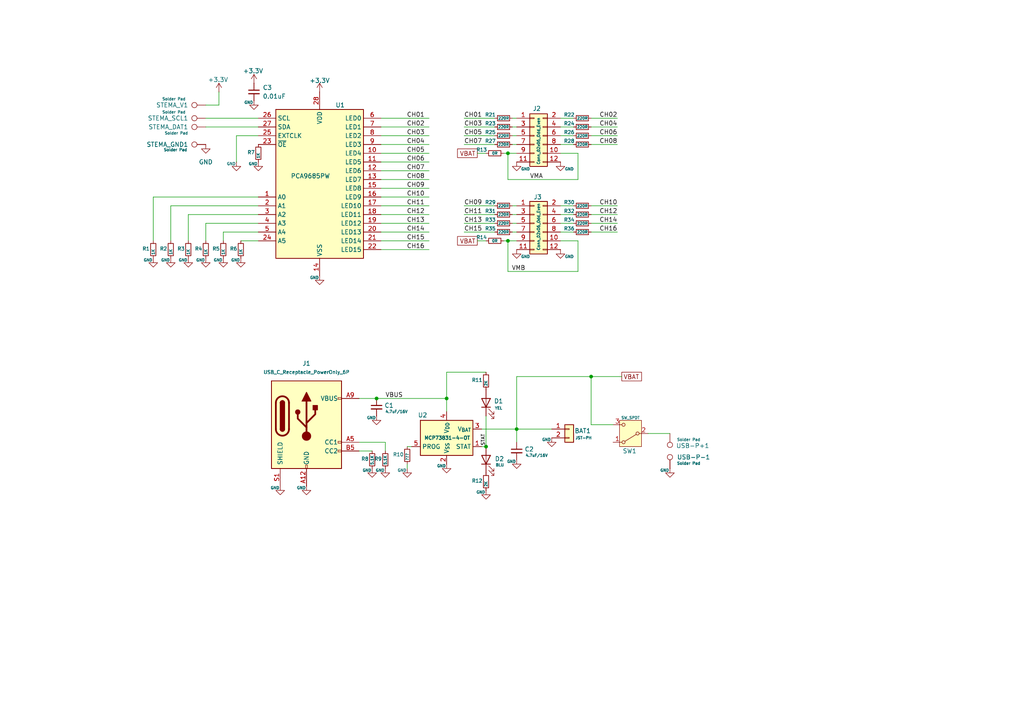
<source format=kicad_sch>
(kicad_sch (version 20250114) (generator "eeschema") (generator_version "9.0")
  (paper "A4")
  (title_block (title "Epoch2 - Main Board"))
  (lib_symbols
    (symbol "Battery_Management:MCP73831-4-OT"
      (property "Reference" "U" (at -7.62 6.35 0))
      (property "Value" "MCP73831-4-OT" (at 1.27 6.35 0))
      (symbol "MCP73831-4-OT_0_1"
        (rectangle (start -7.62 5.08) (end 7.62 -5.08) (stroke (width 0.254)) (fill (type background)))
      )
      (symbol "MCP73831-4-OT_1_1"
        (pin input line (at -10.16 -2.54 0) (length 2.54) (name "PROG") (number "5"))
        (pin power_in line (at 0 7.62 270) (length 2.54) (name "V_{DD}") (number "4"))
        (pin power_in line (at 0 -7.62 90) (length 2.54) (name "V_{SS}") (number "2"))
        (pin power_out line (at 10.16 2.54 180) (length 2.54) (name "V_{BAT}") (number "3"))
        (pin tri_state line (at 10.16 -2.54 180) (length 2.54) (name "STAT") (number "1"))
      )
    )
    (symbol "Connector:TestPoint" (pin_numbers (hide yes)) (pin_names (offset 0.762) (hide yes))
      (property "Reference" "TP" (at 0 6.858 0))
      (property "Value" "TestPoint" (at 0 5.08 0))
      (symbol "TestPoint_0_1"
        (circle (center 0 3.302) (radius 0.762))
      )
      (symbol "TestPoint_1_1"
        (pin passive line (at 0 0 90) (length 2.54) (name "1") (number "1"))
      )
    )
    (symbol "Connector:USB_C_Receptacle_PowerOnly_6P" (pin_names (offset 1.016))
      (property "Reference" "J" (at 0 16.51 0))
      (property "Value" "USB_C_Receptacle_PowerOnly_6P" (at 0 13.97 0))
      (symbol "USB_C_Receptacle_PowerOnly_6P_0_0"
        (rectangle (start -0.254 -12.7) (end 0.254 -11.684))
        (rectangle (start 10.16 7.874) (end 9.144 7.366))
        (rectangle (start 10.16 -4.826) (end 9.144 -5.334))
        (rectangle (start 10.16 -7.366) (end 9.144 -7.874))
      )
      (symbol "USB_C_Receptacle_PowerOnly_6P_0_1"
        (rectangle (start -10.16 12.7) (end 10.16 -12.7) (stroke (width 0.254)) (fill (type background)))
        (polyline (pts (xy -8.89 -1.27) (xy -8.89 6.35)) (stroke (width 0.508)))
        (rectangle (start -7.62 -1.27) (end -6.35 6.35) (stroke (width 0.254)) (fill (type outline)))
        (arc (start -7.62 6.35) (mid -6.985 6.9823) (end -6.35 6.35) (stroke (width 0.254)))
        (arc (start -7.62 6.35) (mid -6.985 6.9823) (end -6.35 6.35) (stroke (width 0.254)) (fill (type outline)))
        (arc (start -8.89 6.35) (mid -6.985 8.2467) (end -5.08 6.35) (stroke (width 0.508)))
        (arc (start -5.08 -1.27) (mid -6.985 -3.1667) (end -8.89 -1.27) (stroke (width 0.508)))
        (arc (start -6.35 -1.27) (mid -6.985 -1.9023) (end -7.62 -1.27) (stroke (width 0.254)))
        (arc (start -6.35 -1.27) (mid -6.985 -1.9023) (end -7.62 -1.27) (stroke (width 0.254)) (fill (type outline)))
        (polyline (pts (xy -5.08 6.35) (xy -5.08 -1.27)) (stroke (width 0.508)))
        (circle (center -2.54 3.683) (radius 0.635) (stroke (width 0.254)) (fill (type outline)))
        (polyline (pts (xy -1.27 6.858) (xy 0 9.398) (xy 1.27 6.858) (xy -1.27 6.858)) (stroke (width 0.254)) (fill (type outline)))
        (polyline (pts (xy 0 0.508) (xy 2.54 3.048) (xy 2.54 4.318)) (stroke (width 0.508)))
        (polyline (pts (xy 0 -0.762) (xy -2.54 1.778) (xy -2.54 3.048)) (stroke (width 0.508)))
        (polyline (pts (xy 0 -3.302) (xy 0 6.858)) (stroke (width 0.508)))
        (circle (center 0 -3.302) (radius 1.27) (fill (type outline)))
        (rectangle (start 1.905 4.318) (end 3.175 5.588) (stroke (width 0.254)) (fill (type outline)))
      )
      (symbol "USB_C_Receptacle_PowerOnly_6P_1_1"
        (pin passive line (at -7.62 -17.78 90) (length 5.08) (name "SHIELD") (number "S1"))
        (pin passive line (at 0 -17.78 90) (length 5.08) (name "GND") (number "A12"))
        (pin passive line (at 0 -17.78 90) (length 5.08) (hide yes) (name "GND") (number "B12"))
        (pin passive line (at 15.24 7.62 180) (length 5.08) (name "VBUS") (number "A9"))
        (pin passive line (at 15.24 7.62 180) (length 5.08) (hide yes) (name "VBUS") (number "B9"))
        (pin bidirectional line (at 15.24 -5.08 180) (length 5.08) (name "CC1") (number "A5"))
        (pin bidirectional line (at 15.24 -7.62 180) (length 5.08) (name "CC2") (number "B5"))
      )
    )
    (symbol "Connector_Generic:Conn_01x02" (pin_names (offset 1.016) (hide yes))
      (property "Reference" "J" (at 0 2.54 0))
      (property "Value" "Conn_01x02" (at 0 -5.08 0))
      (symbol "Conn_01x02_1_1"
        (rectangle (start -1.27 1.27) (end 1.27 -3.81) (stroke (width 0.254)) (fill (type background)))
        (rectangle (start -1.27 0.127) (end 0 -0.127) (stroke (width 0.1524)))
        (rectangle (start -1.27 -2.413) (end 0 -2.667) (stroke (width 0.1524)))
        (pin passive line (at -5.08 0 0) (length 3.81) (name "Pin_1") (number "1"))
        (pin passive line (at -5.08 -2.54 0) (length 3.81) (name "Pin_2") (number "2"))
      )
    )
    (symbol "Connector_Generic:Conn_02x06_Odd_Even" (pin_names (offset 1.016) (hide yes))
      (property "Reference" "J" (at 1.27 7.62 0))
      (property "Value" "Conn_02x06_Odd_Even" (at 1.27 -10.16 0))
      (symbol "Conn_02x06_Odd_Even_1_1"
        (rectangle (start -1.27 6.35) (end 3.81 -8.89) (stroke (width 0.254)) (fill (type background)))
        (rectangle (start -1.27 5.207) (end 0 4.953) (stroke (width 0.1524)))
        (rectangle (start -1.27 2.667) (end 0 2.413) (stroke (width 0.1524)))
        (rectangle (start -1.27 0.127) (end 0 -0.127) (stroke (width 0.1524)))
        (rectangle (start -1.27 -2.413) (end 0 -2.667) (stroke (width 0.1524)))
        (rectangle (start -1.27 -4.953) (end 0 -5.207) (stroke (width 0.1524)))
        (rectangle (start -1.27 -7.493) (end 0 -7.747) (stroke (width 0.1524)))
        (rectangle (start 3.81 5.207) (end 2.54 4.953) (stroke (width 0.1524)))
        (rectangle (start 3.81 2.667) (end 2.54 2.413) (stroke (width 0.1524)))
        (rectangle (start 3.81 0.127) (end 2.54 -0.127) (stroke (width 0.1524)))
        (rectangle (start 3.81 -2.413) (end 2.54 -2.667) (stroke (width 0.1524)))
        (rectangle (start 3.81 -4.953) (end 2.54 -5.207) (stroke (width 0.1524)))
        (rectangle (start 3.81 -7.493) (end 2.54 -7.747) (stroke (width 0.1524)))
        (pin passive line (at -5.08 5.08 0) (length 3.81) (name "Pin_1") (number "1"))
        (pin passive line (at -5.08 2.54 0) (length 3.81) (name "Pin_3") (number "3"))
        (pin passive line (at -5.08 0 0) (length 3.81) (name "Pin_5") (number "5"))
        (pin passive line (at -5.08 -2.54 0) (length 3.81) (name "Pin_7") (number "7"))
        (pin passive line (at -5.08 -5.08 0) (length 3.81) (name "Pin_9") (number "9"))
        (pin passive line (at -5.08 -7.62 0) (length 3.81) (name "Pin_11") (number "11"))
        (pin passive line (at 7.62 5.08 180) (length 3.81) (name "Pin_2") (number "2"))
        (pin passive line (at 7.62 2.54 180) (length 3.81) (name "Pin_4") (number "4"))
        (pin passive line (at 7.62 0 180) (length 3.81) (name "Pin_6") (number "6"))
        (pin passive line (at 7.62 -2.54 180) (length 3.81) (name "Pin_8") (number "8"))
        (pin passive line (at 7.62 -5.08 180) (length 3.81) (name "Pin_10") (number "10"))
        (pin passive line (at 7.62 -7.62 180) (length 3.81) (name "Pin_12") (number "12"))
      )
    )
    (symbol "Device:C_Small" (pin_numbers (hide yes)) (pin_names (offset 0.254) (hide yes))
      (property "Reference" "C" (at 0.254 1.778 0))
      (property "Value" "C_Small" (at 0.254 -2.032 0))
      (symbol "C_Small_0_1"
        (polyline (pts (xy -1.524 0.508) (xy 1.524 0.508)) (stroke (width 0.3048)))
        (polyline (pts (xy -1.524 -0.508) (xy 1.524 -0.508)) (stroke (width 0.3302)))
      )
      (symbol "C_Small_1_1"
        (pin passive line (at 0 2.54 270) (length 2.032) (name "~") (number "1"))
        (pin passive line (at 0 -2.54 90) (length 2.032) (name "~") (number "2"))
      )
    )
    (symbol "Device:LED" (pin_numbers (hide yes)) (pin_names (offset 1.016) (hide yes))
      (property "Reference" "D" (at 0 2.54 0))
      (property "Value" "LED" (at 0 -2.54 0))
      (symbol "LED_0_1"
        (polyline (pts (xy -3.048 -0.762) (xy -4.572 -2.286) (xy -3.81 -2.286) (xy -4.572 -2.286) (xy -4.572 -1.524)))
        (polyline (pts (xy -1.778 -0.762) (xy -3.302 -2.286) (xy -2.54 -2.286) (xy -3.302 -2.286) (xy -3.302 -1.524)))
        (polyline (pts (xy -1.27 0) (xy 1.27 0)))
        (polyline (pts (xy -1.27 -1.27) (xy -1.27 1.27)) (stroke (width 0.254)))
        (polyline (pts (xy 1.27 -1.27) (xy 1.27 1.27) (xy -1.27 0) (xy 1.27 -1.27)) (stroke (width 0.254)))
      )
      (symbol "LED_1_1"
        (pin passive line (at -3.81 0 0) (length 2.54) (name "K") (number "1"))
        (pin passive line (at 3.81 0 180) (length 2.54) (name "A") (number "2"))
      )
    )
    (symbol "Device:R_Small" (pin_numbers (hide yes)) (pin_names (offset 0.254) (hide yes))
      (property "Reference" "R" (at 0 0 90))
      (property "Value" "R_Small" (at 1.778 0 90))
      (symbol "R_Small_0_1"
        (rectangle (start -0.762 1.778) (end 0.762 -1.778) (stroke (width 0.2032)))
      )
      (symbol "R_Small_1_1"
        (pin passive line (at 0 2.54 270) (length 0.762) (name "~") (number "1"))
        (pin passive line (at 0 -2.54 90) (length 0.762) (name "~") (number "2"))
      )
    )
    (symbol "Driver_LED:PCA9685PW"
      (property "Reference" "U" (at -12.7 22.225 0))
      (property "Value" "PCA9685PW" (at 1.27 22.225 0))
      (symbol "PCA9685PW_0_1"
        (rectangle (start -12.7 20.32) (end 12.7 -22.86) (stroke (width 0.254)) (fill (type background)))
      )
      (symbol "PCA9685PW_1_1"
        (pin input line (at -17.78 17.78 0) (length 5.08) (name "SCL") (number "26"))
        (pin bidirectional line (at -17.78 15.24 0) (length 5.08) (name "SDA") (number "27"))
        (pin input line (at -17.78 12.7 0) (length 5.08) (name "EXTCLK") (number "25"))
        (pin input line (at -17.78 10.16 0) (length 5.08) (name "~{OE}") (number "23"))
        (pin input line (at -17.78 -5.08 0) (length 5.08) (name "A0") (number "1"))
        (pin input line (at -17.78 -7.62 0) (length 5.08) (name "A1") (number "2"))
        (pin input line (at -17.78 -10.16 0) (length 5.08) (name "A2") (number "3"))
        (pin input line (at -17.78 -12.7 0) (length 5.08) (name "A3") (number "4"))
        (pin input line (at -17.78 -15.24 0) (length 5.08) (name "A4") (number "5"))
        (pin input line (at -17.78 -17.78 0) (length 5.08) (name "A5") (number "24"))
        (pin power_in line (at 0 25.4 270) (length 5.08) (name "VDD") (number "28"))
        (pin power_in line (at 0 -27.94 90) (length 5.08) (name "VSS") (number "14"))
        (pin output line (at 17.78 17.78 180) (length 5.08) (name "LED0") (number "6"))
        (pin output line (at 17.78 15.24 180) (length 5.08) (name "LED1") (number "7"))
        (pin output line (at 17.78 12.7 180) (length 5.08) (name "LED2") (number "8"))
        (pin output line (at 17.78 10.16 180) (length 5.08) (name "LED3") (number "9"))
        (pin output line (at 17.78 7.62 180) (length 5.08) (name "LED4") (number "10"))
        (pin output line (at 17.78 5.08 180) (length 5.08) (name "LED5") (number "11"))
        (pin output line (at 17.78 2.54 180) (length 5.08) (name "LED6") (number "12"))
        (pin output line (at 17.78 0 180) (length 5.08) (name "LED7") (number "13"))
        (pin output line (at 17.78 -2.54 180) (length 5.08) (name "LED8") (number "15"))
        (pin output line (at 17.78 -5.08 180) (length 5.08) (name "LED9") (number "16"))
        (pin output line (at 17.78 -7.62 180) (length 5.08) (name "LED10") (number "17"))
        (pin output line (at 17.78 -10.16 180) (length 5.08) (name "LED11") (number "18"))
        (pin output line (at 17.78 -12.7 180) (length 5.08) (name "LED12") (number "19"))
        (pin output line (at 17.78 -15.24 180) (length 5.08) (name "LED13") (number "20"))
        (pin output line (at 17.78 -17.78 180) (length 5.08) (name "LED14") (number "21"))
        (pin output line (at 17.78 -20.32 180) (length 5.08) (name "LED15") (number "22"))
      )
    )
    (symbol "Switch:SW_SPDT" (pin_names (offset 0) (hide yes))
      (property "Reference" "SW" (at 0 5.08 0))
      (property "Value" "SW_SPDT" (at 0 -5.08 0))
      (symbol "SW_SPDT_0_1"
        (circle (center -2.032 0) (radius 0.4572))
        (polyline (pts (xy -1.651 0.254) (xy 1.651 2.286)))
        (circle (center 2.032 2.54) (radius 0.4572))
        (circle (center 2.032 -2.54) (radius 0.4572))
      )
      (symbol "SW_SPDT_1_1"
        (rectangle (start -3.175 3.81) (end 3.175 -3.81) (fill (type background)))
        (pin passive line (at -5.08 0 0) (length 2.54) (name "B") (number "2"))
        (pin passive line (at 5.08 2.54 180) (length 2.54) (name "A") (number "1"))
        (pin passive line (at 5.08 -2.54 180) (length 2.54) (name "C") (number "3"))
      )
    )
    (symbol "power:+3.3V" (power) (pin_numbers (hide yes)) (pin_names (offset 0) (hide yes))
      (property "Value" "+3.3V" (at 0 3.556 0))
      (symbol "+3.3V_0_1"
        (polyline (pts (xy -0.762 1.27) (xy 0 2.54)))
        (polyline (pts (xy 0 2.54) (xy 0.762 1.27)))
        (polyline (pts (xy 0 0) (xy 0 2.54)))
      )
      (symbol "+3.3V_1_1"
        (pin power_in line (at 0 0 90) (length 0) (name "~") (number "1"))
      )
    )
    (symbol "power:GND" (power) (pin_numbers (hide yes)) (pin_names (offset 0) (hide yes))
      (property "Value" "GND" (at 0 -3.81 0))
      (symbol "GND_0_1"
        (polyline (pts (xy 0 0) (xy 0 -1.27) (xy 1.27 -1.27) (xy 0 -2.54) (xy -1.27 -1.27) (xy 0 -1.27)))
      )
      (symbol "GND_1_1"
        (pin power_in line (at 0 0 270) (length 0) (name "~") (number "1"))
      )
    )
  )
  (junction (at 109.22 115.57))
  (junction (at 129.54 115.57))
  (junction (at 140.97 129.54))
  (junction (at 149.86 124.46))
  (junction (at 147.32 44.45))
  (junction (at 171.45 109.22))
  (junction (at 147.32 69.85))
  (wire (pts (xy 171.45 59.69) (xy 179.07 59.69)))
  (wire (pts (xy 148.59 64.77) (xy 149.86 64.77)))
  (wire (pts (xy 109.22 115.57) (xy 129.54 115.57)))
  (wire (pts (xy 110.49 67.31) (xy 124.46 67.31)))
  (wire (pts (xy 162.56 39.37) (xy 166.37 39.37)))
  (wire (pts (xy 171.45 109.22) (xy 171.45 123.19)))
  (wire (pts (xy 162.56 69.85) (xy 167.64 69.85)))
  (wire (pts (xy 59.69 36.83) (xy 74.93 36.83)))
  (wire (pts (xy 104.14 128.27) (xy 111.76 128.27)))
  (wire (pts (xy 171.45 62.23) (xy 179.07 62.23)))
  (wire (pts (xy 149.86 124.46) (xy 149.86 128.27)))
  (wire (pts (xy 162.56 41.91) (xy 166.37 41.91)))
  (wire (pts (xy 146.05 69.85) (xy 147.32 69.85)))
  (wire (pts (xy 110.49 36.83) (xy 124.46 36.83)))
  (wire (pts (xy 171.45 123.19) (xy 177.8 123.19)))
  (wire (pts (xy 110.49 41.91) (xy 124.46 41.91)))
  (wire (pts (xy 147.32 78.74) (xy 147.32 69.85)))
  (wire (pts (xy 110.49 57.15) (xy 124.46 57.15)))
  (wire (pts (xy 171.45 109.22) (xy 180.34 109.22)))
  (wire (pts (xy 110.49 54.61) (xy 124.46 54.61)))
  (wire (pts (xy 110.49 52.07) (xy 124.46 52.07)))
  (wire (pts (xy 147.32 69.85) (xy 149.86 69.85)))
  (wire (pts (xy 54.61 62.23) (xy 54.61 69.85)))
  (wire (pts (xy 139.7 129.54) (xy 140.97 129.54)))
  (wire (pts (xy 134.62 62.23) (xy 143.51 62.23)))
  (wire (pts (xy 68.58 39.37) (xy 68.58 46.99)))
  (wire (pts (xy 148.59 34.29) (xy 149.86 34.29)))
  (wire (pts (xy 74.93 59.69) (xy 49.53 59.69)))
  (wire (pts (xy 59.69 30.48) (xy 63.5 30.48)))
  (wire (pts (xy 118.11 134.62) (xy 118.11 135.89)))
  (wire (pts (xy 149.86 109.22) (xy 171.45 109.22)))
  (wire (pts (xy 138.43 69.85) (xy 140.97 69.85)))
  (wire (pts (xy 134.62 39.37) (xy 143.51 39.37)))
  (wire (pts (xy 69.85 69.85) (xy 74.93 69.85)))
  (wire (pts (xy 74.93 64.77) (xy 59.69 64.77)))
  (wire (pts (xy 134.62 64.77) (xy 143.51 64.77)))
  (wire (pts (xy 74.93 57.15) (xy 44.45 57.15)))
  (wire (pts (xy 110.49 49.53) (xy 124.46 49.53)))
  (wire (pts (xy 162.56 62.23) (xy 166.37 62.23)))
  (wire (pts (xy 49.53 59.69) (xy 49.53 69.85)))
  (wire (pts (xy 146.05 44.45) (xy 147.32 44.45)))
  (wire (pts (xy 129.54 115.57) (xy 129.54 119.38)))
  (wire (pts (xy 64.77 67.31) (xy 64.77 69.85)))
  (wire (pts (xy 148.59 59.69) (xy 149.86 59.69)))
  (wire (pts (xy 104.14 130.81) (xy 107.95 130.81)))
  (wire (pts (xy 110.49 59.69) (xy 124.46 59.69)))
  (wire (pts (xy 147.32 78.74) (xy 167.64 78.74)))
  (wire (pts (xy 187.96 125.73) (xy 194.31 125.73)))
  (wire (pts (xy 171.45 64.77) (xy 179.07 64.77)))
  (wire (pts (xy 148.59 62.23) (xy 149.86 62.23)))
  (wire (pts (xy 74.93 62.23) (xy 54.61 62.23)))
  (wire (pts (xy 63.5 26.67) (xy 63.5 30.48)))
  (wire (pts (xy 104.14 115.57) (xy 109.22 115.57)))
  (wire (pts (xy 134.62 67.31) (xy 143.51 67.31)))
  (wire (pts (xy 110.49 69.85) (xy 124.46 69.85)))
  (wire (pts (xy 119.38 129.54) (xy 118.11 129.54)))
  (wire (pts (xy 110.49 34.29) (xy 124.46 34.29)))
  (wire (pts (xy 148.59 41.91) (xy 149.86 41.91)))
  (wire (pts (xy 110.49 39.37) (xy 124.46 39.37)))
  (wire (pts (xy 140.97 120.65) (xy 140.97 129.54)))
  (wire (pts (xy 110.49 62.23) (xy 124.46 62.23)))
  (wire (pts (xy 148.59 67.31) (xy 149.86 67.31)))
  (wire (pts (xy 74.93 67.31) (xy 64.77 67.31)))
  (wire (pts (xy 171.45 36.83) (xy 179.07 36.83)))
  (wire (pts (xy 171.45 41.91) (xy 179.07 41.91)))
  (wire (pts (xy 134.62 34.29) (xy 143.51 34.29)))
  (wire (pts (xy 111.76 128.27) (xy 111.76 130.81)))
  (wire (pts (xy 147.32 52.07) (xy 167.64 52.07)))
  (wire (pts (xy 149.86 124.46) (xy 149.86 109.22)))
  (wire (pts (xy 162.56 64.77) (xy 166.37 64.77)))
  (wire (pts (xy 162.56 59.69) (xy 166.37 59.69)))
  (wire (pts (xy 167.64 44.45) (xy 162.56 44.45)))
  (wire (pts (xy 110.49 46.99) (xy 124.46 46.99)))
  (wire (pts (xy 59.69 34.29) (xy 74.93 34.29)))
  (wire (pts (xy 134.62 36.83) (xy 143.51 36.83)))
  (wire (pts (xy 162.56 67.31) (xy 166.37 67.31)))
  (wire (pts (xy 171.45 34.29) (xy 179.07 34.29)))
  (wire (pts (xy 139.7 124.46) (xy 149.86 124.46)))
  (wire (pts (xy 171.45 39.37) (xy 179.07 39.37)))
  (wire (pts (xy 147.32 44.45) (xy 147.32 52.07)))
  (wire (pts (xy 140.97 107.95) (xy 129.54 107.95)))
  (wire (pts (xy 162.56 36.83) (xy 166.37 36.83)))
  (wire (pts (xy 171.45 67.31) (xy 179.07 67.31)))
  (wire (pts (xy 147.32 44.45) (xy 149.86 44.45)))
  (wire (pts (xy 167.64 52.07) (xy 167.64 44.45)))
  (wire (pts (xy 160.02 124.46) (xy 149.86 124.46)))
  (wire (pts (xy 134.62 41.91) (xy 143.51 41.91)))
  (wire (pts (xy 44.45 57.15) (xy 44.45 69.85)))
  (wire (pts (xy 138.43 44.45) (xy 140.97 44.45)))
  (wire (pts (xy 74.93 39.37) (xy 68.58 39.37)))
  (wire (pts (xy 148.59 36.83) (xy 149.86 36.83)))
  (wire (pts (xy 129.54 107.95) (xy 129.54 115.57)))
  (wire (pts (xy 59.69 64.77) (xy 59.69 69.85)))
  (wire (pts (xy 110.49 72.39) (xy 124.46 72.39)))
  (wire (pts (xy 167.64 69.85) (xy 167.64 78.74)))
  (wire (pts (xy 162.56 34.29) (xy 166.37 34.29)))
  (wire (pts (xy 110.49 44.45) (xy 124.46 44.45)))
  (wire (pts (xy 134.62 59.69) (xy 143.51 59.69)))
  (wire (pts (xy 110.49 64.77) (xy 124.46 64.77)))
  (wire (pts (xy 148.59 39.37) (xy 149.86 39.37)))
  (label "CH12" (at 123.19 62.23 180))
  (label "VBUS" (at 111.76 115.57 0))
  (label "CH08" (at 179.07 41.91 180))
  (label "CH11" (at 134.62 62.23 0))
  (label "CH06" (at 179.07 39.37 180))
  (label "CH10" (at 179.07 59.69 180))
  (label "CH03" (at 134.62 36.83 0))
  (label "CH09" (at 123.19 54.61 180))
  (label "CH04" (at 123.19 41.91 180))
  (label "CH02" (at 123.19 36.83 180))
  (label "CH04" (at 179.07 36.83 180))
  (label "CH07" (at 123.19 49.53 180))
  (label "CH09" (at 134.62 59.69 0))
  (label "CH01" (at 123.19 34.29 180))
  (label "CH16" (at 123.19 72.39 180))
  (label "CH06" (at 123.19 46.99 180))
  (label "CH08" (at 123.19 52.07 180))
  (label "CH14" (at 123.19 67.31 180))
  (label "CH13" (at 123.19 64.77 180))
  (label "CH15" (at 134.62 67.31 0))
  (label "CH02" (at 179.07 34.29 180))
  (label "VMB" (at 152.4 78.74 180))
  (label "CH12" (at 179.07 62.23 180))
  (label "CH11" (at 123.19 59.69 180))
  (label "STAT" (at 140.97 125.73 270) (effects (font (size 1 1))))
  (label "CH05" (at 134.62 39.37 0))
  (label "CH03" (at 123.19 39.37 180))
  (label "CH10" (at 123.19 57.15 180))
  (label "CH16" (at 179.07 67.31 180))
  (label "CH15" (at 123.19 69.85 180))
  (label "CH07" (at 134.62 41.91 0))
  (label "CH14" (at 179.07 64.77 180))
  (label "CH05" (at 123.19 44.45 180))
  (label "CH13" (at 134.62 64.77 0))
  (label "VMA" (at 153.67 52.07 0))
  (label "CH01" (at 134.62 34.29 0))
  (global_label "VBAT" (shape passive) (at 180.34 109.22 0) (property "Intersheetrefs" "${INTERSHEET_REFS}" (effects (hide yes))))
  (global_label "VBAT" (shape passive) (at 138.43 44.45 180) (property "Intersheetrefs" "${INTERSHEET_REFS}" (effects (hide yes))))
  (global_label "VBAT" (shape passive) (at 138.43 69.85 180) (property "Intersheetrefs" "${INTERSHEET_REFS}" (effects (hide yes))))
  (symbol (lib_id "Device:R_Small") (at 168.91 34.29 90) (unit 1)
    (property "Reference" "R22" (at 165.1 33.274 90) (effects (font (size 1.016 1.016))))
    (property "Value" "220R" (at 168.91 34.29 90) (effects (font (size 0.8 0.8))))
    (property "Footprint" "Resistor_SMD:R_0603_1608Metric" (effects (hide yes)))
    (property "Description" "Resistor, small symbol" (effects (hide yes)))
  )
  (symbol (lib_id "Device:R_Small") (at 146.05 67.31 90) (unit 1)
    (property "Reference" "R35" (at 142.24 66.294 90) (effects (font (size 1.016 1.016))))
    (property "Value" "220R" (at 146.05 67.31 90) (effects (font (size 0.8 0.8))))
    (property "Footprint" "Resistor_SMD:R_0603_1608Metric" (effects (hide yes)))
    (property "Description" "Resistor, small symbol" (effects (hide yes)))
  )
  (symbol (lib_id "power:GND") (at 107.95 135.89 0) (mirror y) (unit 1)
    (property "Reference" "#PWR013" (effects (hide yes)))
    (property "Value" "GND" (at 106.426 136.398 0) (effects (font (size 0.8 0.8))))
    (property "Description" "Power symbol creates a global label with name \"GND\" , ground" (effects (hide yes)))
  )
  (symbol (lib_id "power:+3.3V") (at 63.5 26.67 0) (unit 1)
    (property "Reference" "#PWR026" (effects (hide yes)))
    (property "Value" "+3.3V" (at 63.246 23.114 0))
    (property "Description" "Power symbol creates a global label with name \"+3.3V\"" (effects (hide yes)))
  )
  (symbol (lib_id "power:+3.3V") (at 73.66 24.13 0) (unit 1)
    (property "Reference" "#PWR028" (effects (hide yes)))
    (property "Value" "+3.3V" (at 73.406 20.574 0))
    (property "Description" "Power symbol creates a global label with name \"+3.3V\"" (effects (hide yes)))
  )
  (symbol (lib_id "Device:R_Small") (at 111.76 133.35 0) (mirror y) (unit 1)
    (property "Reference" "R9" (at 110.744 133.096 0) (effects (font (size 1.016 1.016)) (justify left)))
    (property "Value" "5.1K" (at 111.76 134.874 90) (effects (font (size 0.8 0.8)) (justify left)))
    (property "Footprint" "Resistor_SMD:R_0603_1608Metric" (effects (hide yes)))
    (property "Description" "Resistor, small symbol" (effects (hide yes)))
  )
  (symbol (lib_id "Device:R_Small") (at 168.91 64.77 90) (unit 1)
    (property "Reference" "R34" (at 165.1 63.754 90) (effects (font (size 1.016 1.016))))
    (property "Value" "220R" (at 168.91 64.77 90) (effects (font (size 0.8 0.8))))
    (property "Footprint" "Resistor_SMD:R_0603_1608Metric" (effects (hide yes)))
    (property "Description" "Resistor, small symbol" (effects (hide yes)))
  )
  (symbol (lib_id "Device:R_Small") (at 140.97 110.49 0) (mirror y) (unit 1)
    (property "Reference" "R11" (at 139.954 110.236 0) (effects (font (size 1.016 1.016)) (justify left)))
    (property "Value" "2K" (at 140.97 112.014 90) (effects (font (size 0.8 0.8)) (justify left)))
    (property "Footprint" "Resistor_SMD:R_0603_1608Metric" (effects (hide yes)))
    (property "Description" "Resistor, small symbol" (effects (hide yes)))
  )
  (symbol (lib_id "Device:R_Small") (at 146.05 62.23 90) (unit 1)
    (property "Reference" "R31" (at 142.24 61.214 90) (effects (font (size 1.016 1.016))))
    (property "Value" "220R" (at 146.05 62.23 90) (effects (font (size 0.8 0.8))))
    (property "Footprint" "Resistor_SMD:R_0603_1608Metric" (effects (hide yes)))
    (property "Description" "Resistor, small symbol" (effects (hide yes)))
  )
  (symbol (lib_id "Device:R_Small") (at 146.05 39.37 90) (unit 1)
    (property "Reference" "R25" (at 142.24 38.354 90) (effects (font (size 1.016 1.016))))
    (property "Value" "220R" (at 146.05 39.37 90) (effects (font (size 0.8 0.8))))
    (property "Footprint" "Resistor_SMD:R_0603_1608Metric" (effects (hide yes)))
    (property "Description" "Resistor, small symbol" (effects (hide yes)))
  )
  (symbol (lib_id "Device:R_Small") (at 143.51 44.45 90) (unit 1)
    (property "Reference" "R13" (at 139.7 43.434 90) (effects (font (size 1.016 1.016))))
    (property "Value" "0R" (at 143.51 44.45 90) (effects (font (size 0.8 0.8))))
    (property "Footprint" "Resistor_SMD:R_1206_3216Metric" (effects (hide yes)))
    (property "Description" "Resistor, small symbol" (effects (hide yes)))
  )
  (symbol (lib_id "Switch:SW_SPDT") (at 182.88 125.73 180) (unit 1)
    (property "Reference" "SW1" (at 182.626 130.81 0))
    (property "Value" "SW_SPDT" (at 182.88 121.158 0) (effects (font (size 0.8 0.8))))
    (property "Footprint" "Button_Switch_THT:SW_Slide_SPDT_Angled_CK_OS102011MA1Q" (effects (hide yes)))
    (property "Description" "Switch, single pole double throw" (effects (hide yes)))
  )
  (symbol (lib_id "Device:R_Small") (at 118.11 132.08 0) (mirror y) (unit 1)
    (property "Reference" "R10" (at 117.094 131.826 0) (effects (font (size 1.016 1.016)) (justify left)))
    (property "Value" "???" (at 118.11 133.604 90) (effects (font (size 0.8 0.8)) (justify left)))
    (property "Footprint" "Resistor_SMD:R_0603_1608Metric" (effects (hide yes)))
    (property "Description" "Resistor, small symbol" (effects (hide yes)))
  )
  (symbol (lib_id "power:GND") (at 149.86 133.35 0) (mirror y) (unit 1)
    (property "Reference" "#PWR021" (effects (hide yes)))
    (property "Value" "GND" (at 148.336 133.858 0) (effects (font (size 0.8 0.8))))
    (property "Description" "Power symbol creates a global label with name \"GND\" , ground" (effects (hide yes)))
  )
  (symbol (lib_id "power:GND") (at 149.86 72.39 0) (unit 1)
    (property "Reference" "#PWR020" (effects (hide yes)))
    (property "Value" "GND" (at 151.13 74.422 0) (effects (font (size 0.8 0.8)) (justify left)))
    (property "Description" "Power symbol creates a global label with name \"GND\" , ground" (effects (hide yes)))
  )
  (symbol (lib_id "Device:C_Small") (at 149.86 130.81 0) (unit 1)
    (property "Reference" "C2" (at 152.146 130.302 0) (effects (justify left)))
    (property "Value" "4.7uF/16V" (at 152.4 132.0863 0) (effects (font (size 0.8 0.8)) (justify left)))
    (property "Footprint" "Capacitor_SMD:C_0603_1608Metric" (effects (hide yes)))
    (property "Description" "Unpolarized capacitor, small symbol" (effects (hide yes)))
  )
  (symbol (lib_id "Device:R_Small") (at 146.05 34.29 90) (unit 1)
    (property "Reference" "R21" (at 142.24 33.274 90) (effects (font (size 1.016 1.016))))
    (property "Value" "220R" (at 146.05 34.29 90) (effects (font (size 0.8 0.8))))
    (property "Footprint" "Resistor_SMD:R_0603_1608Metric" (effects (hide yes)))
    (property "Description" "Resistor, small symbol" (effects (hide yes)))
  )
  (symbol (lib_id "Device:R_Small") (at 74.93 44.45 0) (mirror y) (unit 1)
    (property "Reference" "R7" (at 73.914 44.196 0) (effects (font (size 1.016 1.016)) (justify left)))
    (property "Value" "1K" (at 74.93 45.974 90) (effects (font (size 0.8 0.8)) (justify left)))
    (property "Footprint" "Resistor_SMD:R_0603_1608Metric" (effects (hide yes)))
    (property "Description" "Resistor, small symbol" (effects (hide yes)))
  )
  (symbol (lib_id "power:GND") (at 49.53 74.93 0) (mirror y) (unit 1)
    (property "Reference" "#PWR02" (effects (hide yes)))
    (property "Value" "GND" (at 48.006 75.438 0) (effects (font (size 0.8 0.8))))
    (property "Description" "Power symbol creates a global label with name \"GND\" , ground" (effects (hide yes)))
  )
  (symbol (lib_id "power:GND") (at 74.93 46.99 0) (mirror y) (unit 1)
    (property "Reference" "#PWR09" (effects (hide yes)))
    (property "Value" "GND" (at 73.406 47.498 0) (effects (font (size 0.8 0.8))))
    (property "Description" "Power symbol creates a global label with name \"GND\" , ground" (effects (hide yes)))
  )
  (symbol (lib_id "Device:LED") (at 140.97 116.84 90) (unit 1)
    (property "Reference" "D1" (at 143.256 116.332 90) (effects (justify right)))
    (property "Value" "YEL" (at 143.51 118.364 90) (effects (font (size 0.8 0.8)) (justify right)))
    (property "Footprint" "LED_SMD:LED_0603_1608Metric" (effects (hide yes)))
    (property "Description" "Light emitting diode" (effects (hide yes)))
    (property "Sim.Pins" "1=K 2=A" (effects (hide yes)))
  )
  (symbol (lib_id "Driver_LED:PCA9685PW") (at 92.71 52.07 0) (unit 1)
    (property "Reference" "U1" (at 97.282 30.48 0) (effects (justify left)))
    (property "Value" "PCA9685PW" (at 84.328 51.054 0) (effects (justify left)))
    (property "Footprint" "Package_SO:TSSOP-28_4.4x9.7mm_P0.65mm" (effects (hide yes)))
    (property "Datasheet" "http://www.nxp.com/docs/en/data-sheet/PCA9685.pdf" (effects (hide yes)))
    (property "Description" "16-channel 12-bit PWM Fm+ I2C-bus LED controller RGBA TSSOP" (effects (hide yes)))
  )
  (symbol (lib_id "power:GND") (at 64.77 74.93 0) (mirror y) (unit 1)
    (property "Reference" "#PWR06" (effects (hide yes)))
    (property "Value" "GND" (at 63.246 75.438 0) (effects (font (size 0.8 0.8))))
    (property "Description" "Power symbol creates a global label with name \"GND\" , ground" (effects (hide yes)))
  )
  (symbol (lib_id "Device:R_Small") (at 143.51 69.85 90) (unit 1)
    (property "Reference" "R14" (at 139.7 68.834 90) (effects (font (size 1.016 1.016))))
    (property "Value" "0R" (at 143.51 69.85 90) (effects (font (size 0.8 0.8))))
    (property "Footprint" "Resistor_SMD:R_1206_3216Metric" (effects (hide yes)))
    (property "Description" "Resistor, small symbol" (effects (hide yes)))
  )
  (symbol (lib_id "power:GND") (at 118.11 135.89 0) (mirror y) (unit 1)
    (property "Reference" "#PWR016" (effects (hide yes)))
    (property "Value" "GND" (at 116.586 136.398 0) (effects (font (size 0.8 0.8))))
    (property "Description" "Power symbol creates a global label with name \"GND\" , ground" (effects (hide yes)))
  )
  (symbol (lib_id "power:GND") (at 59.69 74.93 0) (mirror y) (unit 1)
    (property "Reference" "#PWR05" (effects (hide yes)))
    (property "Value" "GND" (at 58.166 75.438 0) (effects (font (size 0.8 0.8))))
    (property "Description" "Power symbol creates a global label with name \"GND\" , ground" (effects (hide yes)))
  )
  (symbol (lib_id "power:GND") (at 140.97 142.24 0) (mirror y) (unit 1)
    (property "Reference" "#PWR018" (effects (hide yes)))
    (property "Value" "GND" (at 139.446 142.748 0) (effects (font (size 0.8 0.8))))
    (property "Description" "Power symbol creates a global label with name \"GND\" , ground" (effects (hide yes)))
  )
  (symbol (lib_id "Device:R_Small") (at 54.61 72.39 0) (mirror y) (unit 1)
    (property "Reference" "R3" (at 53.594 72.136 0) (effects (font (size 1.016 1.016)) (justify left)))
    (property "Value" "1K" (at 54.61 73.914 90) (effects (font (size 0.8 0.8)) (justify left)))
    (property "Footprint" "Resistor_SMD:R_0603_1608Metric" (effects (hide yes)))
    (property "Description" "Resistor, small symbol" (effects (hide yes)))
  )
  (symbol (lib_id "power:GND") (at 44.45 74.93 0) (mirror y) (unit 1)
    (property "Reference" "#PWR01" (effects (hide yes)))
    (property "Value" "GND" (at 42.926 75.438 0) (effects (font (size 0.8 0.8))))
    (property "Description" "Power symbol creates a global label with name \"GND\" , ground" (effects (hide yes)))
  )
  (symbol (lib_id "power:GND") (at 194.31 135.89 0) (mirror y) (unit 1)
    (property "Reference" "#PWR025" (effects (hide yes)))
    (property "Value" "GND" (at 192.786 136.398 0) (effects (font (size 0.8 0.8))))
    (property "Description" "Power symbol creates a global label with name \"GND\" , ground" (effects (hide yes)))
  )
  (symbol (lib_id "Device:R_Small") (at 64.77 72.39 0) (mirror y) (unit 1)
    (property "Reference" "R5" (at 63.754 72.136 0) (effects (font (size 1.016 1.016)) (justify left)))
    (property "Value" "1K" (at 64.77 73.914 90) (effects (font (size 0.8 0.8)) (justify left)))
    (property "Footprint" "Resistor_SMD:R_0603_1608Metric" (effects (hide yes)))
    (property "Description" "Resistor, small symbol" (effects (hide yes)))
  )
  (symbol (lib_id "Device:R_Small") (at 69.85 72.39 0) (mirror y) (unit 1)
    (property "Reference" "R6" (at 68.834 72.136 0) (effects (font (size 1.016 1.016)) (justify left)))
    (property "Value" "1K" (at 69.85 73.914 90) (effects (font (size 0.8 0.8)) (justify left)))
    (property "Footprint" "Resistor_SMD:R_0603_1608Metric" (effects (hide yes)))
    (property "Description" "Resistor, small symbol" (effects (hide yes)))
  )
  (symbol (lib_id "Device:LED") (at 140.97 133.35 90) (unit 1)
    (property "Reference" "D2" (at 143.51 133.096 90) (effects (justify right)))
    (property "Value" "BLU" (at 143.764 134.874 90) (effects (font (size 0.8 0.8)) (justify right)))
    (property "Footprint" "LED_SMD:LED_0603_1608Metric" (effects (hide yes)))
    (property "Description" "Light emitting diode" (effects (hide yes)))
    (property "Sim.Pins" "1=K 2=A" (effects (hide yes)))
  )
  (symbol (lib_id "power:+3.3V") (at 92.71 26.67 0) (unit 1)
    (property "Reference" "#PWR027" (effects (hide yes)))
    (property "Value" "+3.3V" (at 92.71 23.368 0))
    (property "Description" "Power symbol creates a global label with name \"+3.3V\"" (effects (hide yes)))
  )
  (symbol (lib_id "Device:R_Small") (at 168.91 39.37 90) (unit 1)
    (property "Reference" "R26" (at 165.1 38.354 90) (effects (font (size 1.016 1.016))))
    (property "Value" "220R" (at 168.91 39.37 90) (effects (font (size 0.8 0.8))))
    (property "Footprint" "Resistor_SMD:R_0603_1608Metric" (effects (hide yes)))
    (property "Description" "Resistor, small symbol" (effects (hide yes)))
  )
  (symbol (lib_id "Battery_Management:MCP73831-4-OT") (at 129.54 127 0) (unit 1)
    (property "Reference" "U2" (at 123.952 120.396 0) (effects (justify right)))
    (property "Value" "MCP73831-4-OT" (at 122.936 127 0) (effects (font (size 1 1) (thickness 0.2) (bold yes)) (justify left)))
    (property "Footprint" "Package_TO_SOT_SMD:SOT-23-5" (effects (hide yes)))
    (property "Datasheet" "http://ww1.microchip.com/downloads/en/DeviceDoc/20001984g.pdf" (effects (hide yes)))
    (property "Description" "Single cell, Li-Ion/Li-Po charge management controller, 4.40V, Tri-State Status Output, in SOT23-5 package" (effects (hide yes)))
  )
  (symbol (lib_id "Device:C_Small") (at 109.22 118.11 0) (unit 1)
    (property "Reference" "C1" (at 111.506 117.602 0) (effects (justify left)))
    (property "Value" "4.7uF/16V" (at 111.76 119.3863 0) (effects (font (size 0.8 0.8)) (justify left)))
    (property "Footprint" "Capacitor_SMD:C_0603_1608Metric" (effects (hide yes)))
    (property "Description" "Unpolarized capacitor, small symbol" (effects (hide yes)))
  )
  (symbol (lib_id "Device:R_Small") (at 44.45 72.39 0) (mirror y) (unit 1)
    (property "Reference" "R1" (at 43.434 72.136 0) (effects (font (size 1.016 1.016)) (justify left)))
    (property "Value" "1K" (at 44.45 73.914 90) (effects (font (size 0.8 0.8)) (justify left)))
    (property "Footprint" "Resistor_SMD:R_0603_1608Metric" (effects (hide yes)))
    (property "Description" "Resistor, small symbol" (effects (hide yes)))
  )
  (symbol (lib_id "Device:R_Small") (at 49.53 72.39 0) (mirror y) (unit 1)
    (property "Reference" "R2" (at 48.514 72.136 0) (effects (font (size 1.016 1.016)) (justify left)))
    (property "Value" "1K" (at 49.53 73.914 90) (effects (font (size 0.8 0.8)) (justify left)))
    (property "Footprint" "Resistor_SMD:R_0603_1608Metric" (effects (hide yes)))
    (property "Description" "Resistor, small symbol" (effects (hide yes)))
  )
  (symbol (lib_id "Device:R_Small") (at 146.05 59.69 90) (unit 1)
    (property "Reference" "R29" (at 142.24 58.674 90) (effects (font (size 1.016 1.016))))
    (property "Value" "220R" (at 146.05 59.69 90) (effects (font (size 0.8 0.8))))
    (property "Footprint" "Resistor_SMD:R_0603_1608Metric" (effects (hide yes)))
    (property "Description" "Resistor, small symbol" (effects (hide yes)))
  )
  (symbol (lib_id "Connector:TestPoint") (at 59.69 36.83 90) (mirror x) (unit 1)
    (property "Reference" "STEMA_DAT1" (at 54.61 36.83 90) (effects (justify left)))
    (property "Value" "Solder Pad" (at 47.752 38.608 90) (effects (font (size 0.8 0.8)) (justify right)))
    (property "Footprint" "TestPoint:TestPoint_Pad_D2.0mm" (effects (hide yes)))
    (property "Description" "Solder Pad" (effects (hide yes)))
  )
  (symbol (lib_id "Connector:TestPoint") (at 59.69 41.91 90) (mirror x) (unit 1)
    (property "Reference" "STEMA_GND1" (at 54.61 41.91 90) (effects (justify left)))
    (property "Value" "Solder Pad" (at 47.498 43.434 90) (effects (font (size 0.8 0.8)) (justify right)))
    (property "Footprint" "TestPoint:TestPoint_Pad_D2.0mm" (effects (hide yes)))
    (property "Description" "Solder Pad" (effects (hide yes)))
  )
  (symbol (lib_id "power:GND") (at 81.28 140.97 0) (mirror y) (unit 1)
    (property "Reference" "#PWR010" (effects (hide yes)))
    (property "Value" "GND" (at 79.756 141.478 0) (effects (font (size 0.8 0.8))))
    (property "Description" "Power symbol creates a global label with name \"GND\" , ground" (effects (hide yes)))
  )
  (symbol (lib_id "Connector_Generic:Conn_02x06_Odd_Even") (at 154.94 39.37 0) (unit 1)
    (property "Reference" "J2" (at 155.702 31.496 0))
    (property "Value" "Conn_02x06_Odd_Even" (at 156.21 40.894 90) (effects (font (size 0.8 0.8))))
    (property "Footprint" "Connector_PinHeader_2.54mm:PinHeader_2x06_P2.54mm_Vertical" (effects (hide yes)))
    (property "Description" "Generic connector, double row, 02x06, odd/even pin numbering scheme (row 1 odd numbers, row 2 even numbers), script generated (kicad-library-utils/schlib/autogen/connector/)" (effects (hide yes)))
  )
  (symbol (lib_id "power:GND") (at 69.85 74.93 0) (mirror y) (unit 1)
    (property "Reference" "#PWR08" (effects (hide yes)))
    (property "Value" "GND" (at 68.326 75.438 0) (effects (font (size 0.8 0.8))))
    (property "Description" "Power symbol creates a global label with name \"GND\" , ground" (effects (hide yes)))
  )
  (symbol (lib_id "power:GND") (at 88.9 140.97 0) (mirror y) (unit 1)
    (property "Reference" "#PWR011" (effects (hide yes)))
    (property "Value" "GND" (at 87.376 141.478 0) (effects (font (size 0.8 0.8))))
    (property "Description" "Power symbol creates a global label with name \"GND\" , ground" (effects (hide yes)))
  )
  (symbol (lib_id "Connector:TestPoint") (at 59.69 30.48 90) (mirror x) (unit 1) (in_bom no)
    (property "Reference" "STEMA_V1" (at 54.61 30.48 90) (effects (justify left)))
    (property "Value" "Solder Pad" (at 53.848 28.702 90) (effects (font (size 0.8 0.8)) (justify left)))
    (property "Footprint" "TestPoint:TestPoint_Pad_D2.0mm" (effects (hide yes)))
    (property "Description" "Solder pad" (effects (hide yes)))
  )
  (symbol (lib_id "power:GND") (at 54.61 74.93 0) (mirror y) (unit 1)
    (property "Reference" "#PWR03" (effects (hide yes)))
    (property "Value" "GND" (at 53.086 75.438 0) (effects (font (size 0.8 0.8))))
    (property "Description" "Power symbol creates a global label with name \"GND\" , ground" (effects (hide yes)))
  )
  (symbol (lib_id "power:GND") (at 162.56 46.99 0) (unit 1)
    (property "Reference" "#PWR023" (effects (hide yes)))
    (property "Value" "GND" (at 163.83 49.022 0) (effects (font (size 0.8 0.8)) (justify left)))
    (property "Description" "Power symbol creates a global label with name \"GND\" , ground" (effects (hide yes)))
  )
  (symbol (lib_id "power:GND") (at 68.58 46.99 0) (mirror y) (unit 1)
    (property "Reference" "#PWR07" (effects (hide yes)))
    (property "Value" "GND" (at 67.056 47.498 0) (effects (font (size 0.8 0.8))))
    (property "Description" "Power symbol creates a global label with name \"GND\" , ground" (effects (hide yes)))
  )
  (symbol (lib_id "power:GND") (at 111.76 135.89 0) (mirror y) (unit 1)
    (property "Reference" "#PWR015" (effects (hide yes)))
    (property "Value" "GND" (at 110.236 136.398 0) (effects (font (size 0.8 0.8))))
    (property "Description" "Power symbol creates a global label with name \"GND\" , ground" (effects (hide yes)))
  )
  (symbol (lib_id "Device:R_Small") (at 168.91 36.83 90) (unit 1)
    (property "Reference" "R24" (at 165.1 35.814 90) (effects (font (size 1.016 1.016))))
    (property "Value" "220R" (at 168.91 36.83 90) (effects (font (size 0.8 0.8))))
    (property "Footprint" "Resistor_SMD:R_0603_1608Metric" (effects (hide yes)))
    (property "Description" "Resistor, small symbol" (effects (hide yes)))
  )
  (symbol (lib_id "power:GND") (at 149.86 46.99 0) (unit 1)
    (property "Reference" "#PWR019" (effects (hide yes)))
    (property "Value" "GND" (at 151.13 49.022 0) (effects (font (size 0.8 0.8)) (justify left)))
    (property "Description" "Power symbol creates a global label with name \"GND\" , ground" (effects (hide yes)))
  )
  (symbol (lib_id "Connector_Generic:Conn_01x02") (at 165.1 124.46 0) (unit 1)
    (property "Reference" "BAT1" (at 166.624 124.968 0) (effects (justify left)))
    (property "Value" "JST-PH" (at 166.878 127 0) (effects (font (size 0.8 0.8)) (justify left)))
    (property "Footprint" "Connector_JST:JST_PH_S2B-PH-K_1x02_P2.00mm_Horizontal" (effects (hide yes)))
    (property "Description" "Generic connector, single row, 01x02, script generated (kicad-library-utils/schlib/autogen/connector/)" (effects (hide yes)))
  )
  (symbol (lib_id "Device:R_Small") (at 146.05 41.91 90) (unit 1)
    (property "Reference" "R27" (at 142.24 40.894 90) (effects (font (size 1.016 1.016))))
    (property "Value" "220R" (at 146.05 41.91 90) (effects (font (size 0.8 0.8))))
    (property "Footprint" "Resistor_SMD:R_0603_1608Metric" (effects (hide yes)))
    (property "Description" "Resistor, small symbol" (effects (hide yes)))
  )
  (symbol (lib_id "Connector_Generic:Conn_02x06_Odd_Even") (at 154.94 64.77 0) (unit 1)
    (property "Reference" "J3" (at 155.956 57.15 0))
    (property "Value" "Conn_02x06_Odd_Even" (at 156.21 65.786 90) (effects (font (size 0.8 0.8))))
    (property "Footprint" "Connector_PinHeader_2.54mm:PinHeader_2x06_P2.54mm_Vertical" (effects (hide yes)))
    (property "Description" "Generic connector, double row, 02x06, odd/even pin numbering scheme (row 1 odd numbers, row 2 even numbers), script generated (kicad-library-utils/schlib/autogen/connector/)" (effects (hide yes)))
  )
  (symbol (lib_id "Device:R_Small") (at 59.69 72.39 0) (mirror y) (unit 1)
    (property "Reference" "R4" (at 58.674 72.136 0) (effects (font (size 1.016 1.016)) (justify left)))
    (property "Value" "1K" (at 59.69 73.914 90) (effects (font (size 0.8 0.8)) (justify left)))
    (property "Footprint" "Resistor_SMD:R_0603_1608Metric" (effects (hide yes)))
    (property "Description" "Resistor, small symbol" (effects (hide yes)))
  )
  (symbol (lib_id "Device:R_Small") (at 146.05 36.83 90) (unit 1)
    (property "Reference" "R23" (at 142.24 35.814 90) (effects (font (size 1.016 1.016))))
    (property "Value" "220R" (at 146.05 36.83 90) (effects (font (size 0.8 0.8))))
    (property "Footprint" "Resistor_SMD:R_0603_1608Metric" (effects (hide yes)))
    (property "Description" "Resistor, small symbol" (effects (hide yes)))
  )
  (symbol (lib_id "Device:R_Small") (at 168.91 67.31 90) (unit 1)
    (property "Reference" "R36" (at 165.1 66.294 90) (effects (font (size 1.016 1.016))))
    (property "Value" "220R" (at 168.91 67.31 90) (effects (font (size 0.8 0.8))))
    (property "Footprint" "Resistor_SMD:R_0603_1608Metric" (effects (hide yes)))
    (property "Description" "Resistor, small symbol" (effects (hide yes)))
  )
  (symbol (lib_id "power:GND") (at 129.54 134.62 0) (mirror y) (unit 1)
    (property "Reference" "#PWR017" (effects (hide yes)))
    (property "Value" "GND" (at 128.016 135.128 0) (effects (font (size 0.8 0.8))))
    (property "Description" "Power symbol creates a global label with name \"GND\" , ground" (effects (hide yes)))
  )
  (symbol (lib_id "power:GND") (at 109.22 120.65 0) (mirror y) (unit 1)
    (property "Reference" "#PWR014" (effects (hide yes)))
    (property "Value" "GND" (at 107.696 121.158 0) (effects (font (size 0.8 0.8))))
    (property "Description" "Power symbol creates a global label with name \"GND\" , ground" (effects (hide yes)))
  )
  (symbol (lib_id "power:GND") (at 73.66 29.21 0) (mirror y) (unit 1)
    (property "Reference" "#PWR029" (effects (hide yes)))
    (property "Value" "GND" (at 72.136 29.718 0) (effects (font (size 0.8 0.8))))
    (property "Description" "Power symbol creates a global label with name \"GND\" , ground" (effects (hide yes)))
  )
  (symbol (lib_id "Device:R_Small") (at 146.05 64.77 90) (unit 1)
    (property "Reference" "R33" (at 142.24 63.754 90) (effects (font (size 1.016 1.016))))
    (property "Value" "220R" (at 146.05 64.77 90) (effects (font (size 0.8 0.8))))
    (property "Footprint" "Resistor_SMD:R_0603_1608Metric" (effects (hide yes)))
    (property "Description" "Resistor, small symbol" (effects (hide yes)))
  )
  (symbol (lib_id "Device:R_Small") (at 168.91 62.23 90) (unit 1)
    (property "Reference" "R32" (at 165.1 61.214 90) (effects (font (size 1.016 1.016))))
    (property "Value" "220R" (at 168.91 62.23 90) (effects (font (size 0.8 0.8))))
    (property "Footprint" "Resistor_SMD:R_0603_1608Metric" (effects (hide yes)))
    (property "Description" "Resistor, small symbol" (effects (hide yes)))
  )
  (symbol (lib_id "Device:R_Small") (at 168.91 41.91 90) (unit 1)
    (property "Reference" "R28" (at 165.1 40.894 90) (effects (font (size 1.016 1.016))))
    (property "Value" "220R" (at 168.91 41.91 90) (effects (font (size 0.8 0.8))))
    (property "Footprint" "Resistor_SMD:R_0603_1608Metric" (effects (hide yes)))
    (property "Description" "Resistor, small symbol" (effects (hide yes)))
  )
  (symbol (lib_id "Connector:USB_C_Receptacle_PowerOnly_6P") (at 88.9 123.19 0) (unit 1)
    (property "Reference" "J1" (at 88.9 105.41 0))
    (property "Value" "USB_C_Receptacle_PowerOnly_6P" (at 88.9 107.95 0) (effects (font (size 1 1))))
    (property "Footprint" "Connector_USB:USB_C_Receptacle_HRO_TYPE-C-31-M-17" (effects (hide yes)))
    (property "Datasheet" "https://www.usb.org/sites/default/files/documents/usb_type-c.zip" (effects (hide yes)))
    (property "Description" "USB Power-Only 6P Type-C Receptacle connector" (effects (hide yes)))
  )
  (symbol (lib_id "Connector:TestPoint") (at 194.31 125.73 180) (unit 1)
    (property "Reference" "USB-P+1" (at 196.088 129.286 0) (effects (justify right)))
    (property "Value" "Solder Pad" (at 196.342 127.508 0) (effects (font (size 0.8 0.8)) (justify right)))
    (property "Footprint" "TestPoint:TestPoint_Pad_D2.0mm" (effects (hide yes)))
    (property "Description" "Solder Pad" (effects (hide yes)))
  )
  (symbol (lib_id "Connector:TestPoint") (at 194.31 135.89 0) (unit 1)
    (property "Reference" "USB-P-1" (at 196.342 132.588 0) (effects (justify left)))
    (property "Value" "Solder Pad" (at 196.342 134.366 0) (effects (font (size 0.8 0.8)) (justify left)))
    (property "Footprint" "TestPoint:TestPoint_Pad_D2.0mm" (effects (hide yes)))
    (property "Description" "Solder pad" (effects (hide yes)))
  )
  (symbol (lib_id "power:GND") (at 59.69 41.91 0) (unit 1)
    (property "Reference" "#PWR04" (effects (hide yes)))
    (property "Value" "GND" (at 59.69 46.99 0))
    (property "Description" "Power symbol creates a global label with name \"GND\" , ground" (effects (hide yes)))
  )
  (symbol (lib_id "Device:C_Small") (at 73.66 26.67 0) (unit 1)
    (property "Reference" "C3" (at 76.2 25.4062 0) (effects (justify left)))
    (property "Value" "0.01uF" (at 76.2 27.9462 0) (effects (justify left)))
    (property "Footprint" "Capacitor_SMD:C_0603_1608Metric" (effects (hide yes)))
    (property "Description" "Unpolarized capacitor, small symbol" (effects (hide yes)))
  )
  (symbol (lib_id "Device:R_Small") (at 107.95 133.35 0) (mirror y) (unit 1)
    (property "Reference" "R8" (at 106.934 133.096 0) (effects (font (size 1.016 1.016)) (justify left)))
    (property "Value" "5.1K" (at 107.95 134.874 90) (effects (font (size 0.8 0.8)) (justify left)))
    (property "Footprint" "Resistor_SMD:R_0603_1608Metric" (effects (hide yes)))
    (property "Description" "Resistor, small symbol" (effects (hide yes)))
  )
  (symbol (lib_id "Connector:TestPoint") (at 59.69 34.29 90) (mirror x) (unit 1)
    (property "Reference" "STEMA_SCL1" (at 54.61 34.29 90) (effects (justify left)))
    (property "Value" "Solder Pad" (at 53.848 32.512 90) (effects (font (size 0.8 0.8)) (justify left)))
    (property "Footprint" "TestPoint:TestPoint_Pad_D2.0mm" (effects (hide yes)))
    (property "Description" "Solder pad" (effects (hide yes)))
  )
  (symbol (lib_id "power:GND") (at 160.02 127 0) (mirror y) (unit 1)
    (property "Reference" "#PWR022" (effects (hide yes)))
    (property "Value" "GND" (at 158.496 127.508 0) (effects (font (size 0.8 0.8))))
    (property "Description" "Power symbol creates a global label with name \"GND\" , ground" (effects (hide yes)))
  )
  (symbol (lib_id "Device:R_Small") (at 140.97 139.7 0) (mirror y) (unit 1)
    (property "Reference" "R12" (at 139.954 139.446 0) (effects (font (size 1.016 1.016)) (justify left)))
    (property "Value" "2K" (at 140.97 141.224 90) (effects (font (size 0.8 0.8)) (justify left)))
    (property "Footprint" "Resistor_SMD:R_0603_1608Metric" (effects (hide yes)))
    (property "Description" "Resistor, small symbol" (effects (hide yes)))
  )
  (symbol (lib_id "power:GND") (at 92.71 80.01 0) (mirror y) (unit 1)
    (property "Reference" "#PWR012" (effects (hide yes)))
    (property "Value" "GND" (at 91.186 80.518 0) (effects (font (size 0.8 0.8))))
    (property "Description" "Power symbol creates a global label with name \"GND\" , ground" (effects (hide yes)))
  )
  (symbol (lib_id "power:GND") (at 162.56 72.39 0) (unit 1)
    (property "Reference" "#PWR024" (effects (hide yes)))
    (property "Value" "GND" (at 163.83 74.422 0) (effects (font (size 0.8 0.8)) (justify left)))
    (property "Description" "Power symbol creates a global label with name \"GND\" , ground" (effects (hide yes)))
  )
  (symbol (lib_id "Device:R_Small") (at 168.91 59.69 90) (unit 1)
    (property "Reference" "R30" (at 165.1 58.674 90) (effects (font (size 1.016 1.016))))
    (property "Value" "220R" (at 168.91 59.69 90) (effects (font (size 0.8 0.8))))
    (property "Footprint" "Resistor_SMD:R_0603_1608Metric" (effects (hide yes)))
    (property "Description" "Resistor, small symbol" (effects (hide yes)))
  )
)
</source>
